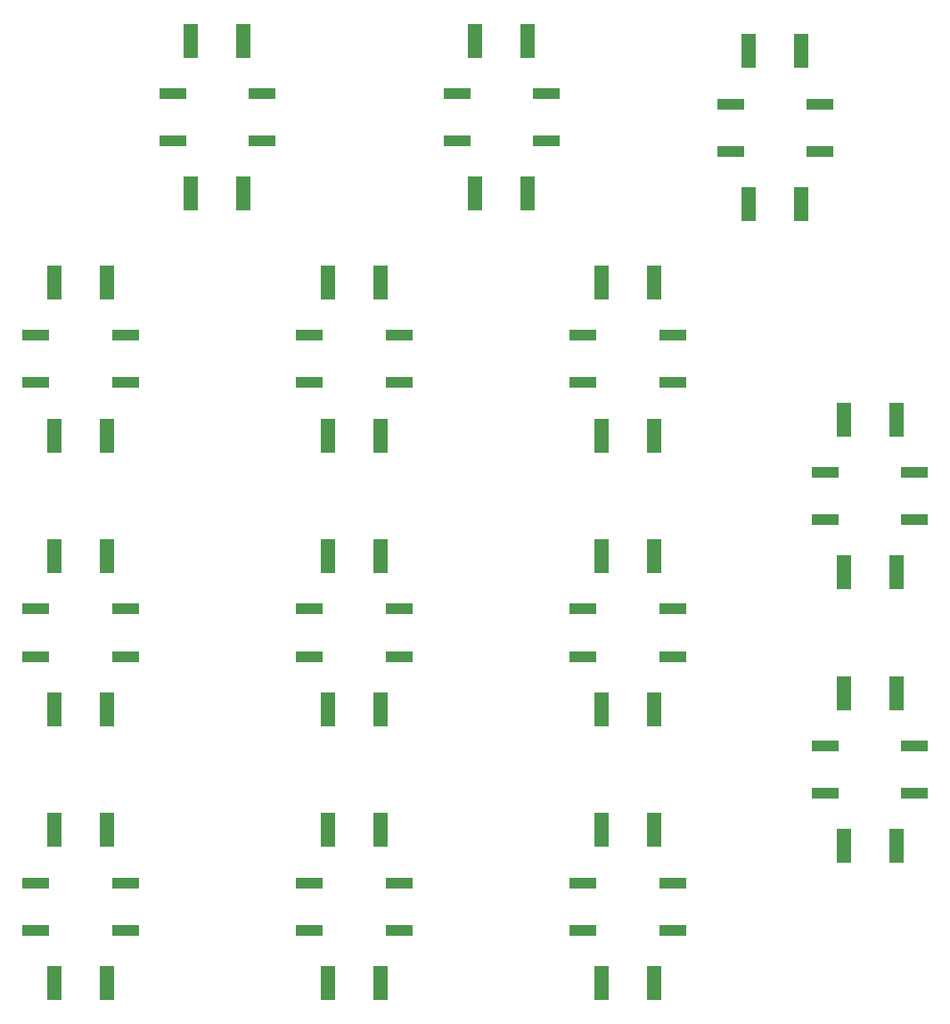
<source format=gtp>
%MOIN*%
%OFA0B0*%
%FSLAX34Y34*%
%IPPOS*%
%LPD*%
%AMOC8*
5,1,8,0,0,$1,22.5*%
%AMOC80*
5,1,8,0,0,$1,22.5*%
%AMOC81*
5,1,8,0,0,$1,22.5*%
%AMOC80*
5,1,8,0,0,$1,22.5*%
%AMOC81*
5,1,8,0,0,$1,22.5*%
%AMOC80*
5,1,8,0,0,$1,22.5*%
%AMOC81*
5,1,8,0,0,$1,22.5*%
%AMOC80*
5,1,8,0,0,$1,22.5*%
%AMOC81*
5,1,8,0,0,$1,22.5*%
%AMOC80*
5,1,8,0,0,$1,22.5*%
%AMOC81*
5,1,8,0,0,$1,22.5*%
%AMOC80*
5,1,8,0,0,$1,22.5*%
%AMOC81*
5,1,8,0,0,$1,22.5*%
%AMOC80*
5,1,8,0,0,$1,22.5*%
%ADD10R,0.0984251968503937X0.03937007874015748*%
%ADD11R,0.055118110236220472X0.12598425196850396*%
%ADD22R,0.0984251968503937X0.03937007874015748*%
%ADD23R,0.055118110236220472X0.12598425196850396*%
%ADD24R,0.0984251968503937X0.03937007874015748*%
%ADD25R,0.055118110236220472X0.12598425196850396*%
%ADD26R,0.0984251968503937X0.03937007874015748*%
%ADD27R,0.055118110236220472X0.12598425196850396*%
%ADD28R,0.0984251968503937X0.03937007874015748*%
%ADD29R,0.055118110236220472X0.12598425196850396*%
%ADD30R,0.0984251968503937X0.03937007874015748*%
%ADD31R,0.055118110236220472X0.12598425196850396*%
%ADD32R,0.0984251968503937X0.03937007874015748*%
%ADD33R,0.055118110236220472X0.12598425196850396*%
%ADD34R,0.0984251968503937X0.03937007874015748*%
%ADD35R,0.055118110236220472X0.12598425196850396*%
%ADD36R,0.0984251968503937X0.03937007874015748*%
%ADD37R,0.055118110236220472X0.12598425196850396*%
%ADD38R,0.0984251968503937X0.03937007874015748*%
%ADD39R,0.055118110236220472X0.12598425196850396*%
%ADD40R,0.0984251968503937X0.03937007874015748*%
%ADD41R,0.055118110236220472X0.12598425196850396*%
%ADD42R,0.0984251968503937X0.03937007874015748*%
%ADD43R,0.055118110236220472X0.12598425196850396*%
%ADD44R,0.0984251968503937X0.03937007874015748*%
%ADD45R,0.055118110236220472X0.12598425196850396*%
%ADD46R,0.0984251968503937X0.03937007874015748*%
%ADD47R,0.055118110236220472X0.12598425196850396*%
G75*
G01*
D10*
X0004724Y0004724D02*
X0003051Y0005610D03*
X0006397Y0005610D03*
X0003051Y0003838D03*
X0006397Y0003838D03*
D11*
X0003740Y0001870D03*
X0003740Y0007578D03*
X0005708Y0001870D03*
X0005708Y0007578D03*
G04 next file*
G04 EAGLE Gerber RS-274X export*
G75*
G01*
D22*
X0014960Y0004724D02*
X0013287Y0005610D03*
X0016633Y0005610D03*
X0013287Y0003838D03*
X0016633Y0003838D03*
D23*
X0013976Y0001870D03*
X0013976Y0007578D03*
X0015944Y0001870D03*
X0015944Y0007578D03*
G04 next file*
G04 EAGLE Gerber RS-274X export*
G75*
G01*
D24*
X0025196Y0004724D02*
X0023523Y0005610D03*
X0026870Y0005610D03*
X0023523Y0003838D03*
X0026870Y0003838D03*
D25*
X0024212Y0001870D03*
X0024212Y0007578D03*
X0026181Y0001870D03*
X0026181Y0007578D03*
G04 next file*
G04 EAGLE Gerber RS-274X export*
G75*
G01*
D26*
X0034251Y0009842D02*
X0032578Y0010728D03*
X0035925Y0010728D03*
X0032578Y0008956D03*
X0035925Y0008956D03*
D27*
X0033267Y0006988D03*
X0033267Y0012696D03*
X0035236Y0006988D03*
X0035236Y0012696D03*
G04 next file*
G04 EAGLE Gerber RS-274X export*
G75*
G01*
D28*
X0025196Y0014960D02*
X0023523Y0015846D03*
X0026870Y0015846D03*
X0023523Y0014074D03*
X0026870Y0014074D03*
D29*
X0024212Y0012106D03*
X0024212Y0017814D03*
X0026181Y0012106D03*
X0026181Y0017814D03*
G04 next file*
G04 EAGLE Gerber RS-274X export*
G75*
G01*
D30*
X0014960Y0014960D02*
X0013287Y0015846D03*
X0016633Y0015846D03*
X0013287Y0014074D03*
X0016633Y0014074D03*
D31*
X0013976Y0012106D03*
X0013976Y0017814D03*
X0015944Y0012106D03*
X0015944Y0017814D03*
G04 next file*
G04 EAGLE Gerber RS-274X export*
G75*
G01*
D32*
X0004724Y0014960D02*
X0003051Y0015846D03*
X0006397Y0015846D03*
X0003051Y0014074D03*
X0006397Y0014074D03*
D33*
X0003740Y0012106D03*
X0003740Y0017814D03*
X0005708Y0012106D03*
X0005708Y0017814D03*
G04 next file*
G04 EAGLE Gerber RS-274X export*
G75*
G01*
D34*
X0034251Y0020078D02*
X0032578Y0020964D03*
X0035925Y0020964D03*
X0032578Y0019192D03*
X0035925Y0019192D03*
D35*
X0033267Y0017224D03*
X0033267Y0022933D03*
X0035236Y0017224D03*
X0035236Y0022933D03*
G04 next file*
G04 EAGLE Gerber RS-274X export*
G75*
G01*
D36*
X0004724Y0025196D02*
X0003051Y0026082D03*
X0006397Y0026082D03*
X0003051Y0024311D03*
X0006397Y0024311D03*
D37*
X0003740Y0022342D03*
X0003740Y0028051D03*
X0005708Y0022342D03*
X0005708Y0028051D03*
G04 next file*
G04 EAGLE Gerber RS-274X export*
G75*
G01*
D38*
X0014960Y0025196D02*
X0013287Y0026082D03*
X0016633Y0026082D03*
X0013287Y0024311D03*
X0016633Y0024311D03*
D39*
X0013976Y0022342D03*
X0013976Y0028051D03*
X0015944Y0022342D03*
X0015944Y0028051D03*
G04 next file*
G04 EAGLE Gerber RS-274X export*
G75*
G01*
D40*
X0025196Y0025196D02*
X0023523Y0026082D03*
X0026870Y0026082D03*
X0023523Y0024311D03*
X0026870Y0024311D03*
D41*
X0024212Y0022342D03*
X0024212Y0028051D03*
X0026181Y0022342D03*
X0026181Y0028051D03*
G04 next file*
G04 EAGLE Gerber RS-274X export*
G75*
G01*
D42*
X0030708Y0033858D02*
X0029035Y0034744D03*
X0032381Y0034744D03*
X0029035Y0032972D03*
X0032381Y0032972D03*
D43*
X0029724Y0031003D03*
X0029724Y0036712D03*
X0031692Y0031003D03*
X0031692Y0036712D03*
G04 next file*
G04 EAGLE Gerber RS-274X export*
G75*
G01*
D44*
X0009842Y0034251D02*
X0008169Y0035137D03*
X0011515Y0035137D03*
X0008169Y0033366D03*
X0011515Y0033366D03*
D45*
X0008858Y0031397D03*
X0008858Y0037106D03*
X0010826Y0031397D03*
X0010826Y0037106D03*
G04 next file*
G04 EAGLE Gerber RS-274X export*
G75*
G01*
D46*
X0020472Y0034251D02*
X0018799Y0035137D03*
X0022145Y0035137D03*
X0018799Y0033366D03*
X0022145Y0033366D03*
D47*
X0019488Y0031397D03*
X0019488Y0037106D03*
X0021456Y0031397D03*
X0021456Y0037106D03*
M02*
</source>
